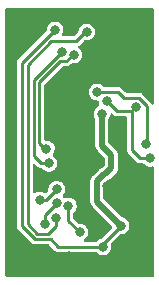
<source format=gbl>
G04 #@! TF.GenerationSoftware,KiCad,Pcbnew,6.0.4-6f826c9f35~116~ubuntu20.04.1*
G04 #@! TF.CreationDate,2022-05-17T04:12:12-04:00*
G04 #@! TF.ProjectId,clonix-41-pcb,636c6f6e-6978-42d3-9431-2d7063622e6b,rev?*
G04 #@! TF.SameCoordinates,Original*
G04 #@! TF.FileFunction,Copper,L2,Bot*
G04 #@! TF.FilePolarity,Positive*
%FSLAX46Y46*%
G04 Gerber Fmt 4.6, Leading zero omitted, Abs format (unit mm)*
G04 Created by KiCad (PCBNEW 6.0.4-6f826c9f35~116~ubuntu20.04.1) date 2022-05-17 04:12:12*
%MOMM*%
%LPD*%
G01*
G04 APERTURE LIST*
G04 #@! TA.AperFunction,ViaPad*
%ADD10C,0.800000*%
G04 #@! TD*
G04 #@! TA.AperFunction,Conductor*
%ADD11C,0.250000*%
G04 #@! TD*
G04 #@! TA.AperFunction,Conductor*
%ADD12C,0.500000*%
G04 #@! TD*
G04 APERTURE END LIST*
D10*
G04 #@! TO.N,+3V3*
X190855600Y-111633000D03*
X186893200Y-104546400D03*
X190931800Y-122910600D03*
X192481200Y-121107200D03*
G04 #@! TO.N,GND*
X189255400Y-115824000D03*
X185420000Y-116586000D03*
X190652400Y-115722400D03*
X189153800Y-117348000D03*
X183210200Y-116586000D03*
X190601600Y-121005600D03*
X192303400Y-116992400D03*
X188061600Y-123698000D03*
X192989200Y-125069600D03*
X192100200Y-114198400D03*
X191287400Y-117754400D03*
X191465200Y-104343200D03*
X189230000Y-114376200D03*
X190271400Y-124282200D03*
G04 #@! TO.N,/NUTDATA*
X186156600Y-114604800D03*
X188468000Y-106654600D03*
G04 #@! TO.N,/NUTPWO*
X187502800Y-106375200D03*
X186385847Y-115834209D03*
G04 #@! TO.N,/RAMCLK*
X193700400Y-111023400D03*
X191286462Y-110554927D03*
X194961999Y-115409199D03*
G04 #@! TO.N,/RAMDAT*
X190449200Y-109804200D03*
X194589400Y-114198400D03*
G04 #@! TO.N,/VBAT_SENSE*
X188976000Y-121666000D03*
X188010800Y-119430800D03*
G04 #@! TO.N,/NUTB3*
X185584500Y-118927098D03*
X187033489Y-118026604D03*
G04 #@! TO.N,/NUTB4*
X186029600Y-121005600D03*
X187045917Y-119170021D03*
G04 #@! TO.N,/MCLRn*
X189560200Y-104724200D03*
X186969400Y-120472200D03*
G04 #@! TD*
D11*
G04 #@! TO.N,+3V3*
X186512200Y-122250200D02*
X185165282Y-122250200D01*
X184048400Y-107339682D02*
X186841682Y-104546400D01*
X190931800Y-122910600D02*
X187172600Y-122910600D01*
X184048400Y-121133318D02*
X184048400Y-107339682D01*
D12*
X191654311Y-116252080D02*
X191654311Y-115124111D01*
X190855600Y-114325400D02*
X190855600Y-111633000D01*
D11*
X190931800Y-122910600D02*
X190931800Y-122656600D01*
X187172600Y-122910600D02*
X186512200Y-122250200D01*
D12*
X190996689Y-116749711D02*
X191156680Y-116749711D01*
D11*
X186841682Y-104546400D02*
X186893200Y-104546400D01*
D12*
X191156680Y-116749711D02*
X191654311Y-116252080D01*
X190437889Y-119063889D02*
X190437889Y-117308511D01*
D11*
X190931800Y-122656600D02*
X192481200Y-121107200D01*
D12*
X192481200Y-121107200D02*
X190437889Y-119063889D01*
X190437889Y-117308511D02*
X190996689Y-116749711D01*
D11*
X185165282Y-122250200D02*
X184048400Y-121133318D01*
D12*
X191654311Y-115124111D02*
X190855600Y-114325400D01*
D11*
G04 #@! TO.N,/NUTDATA*
X186156600Y-114604800D02*
X186055000Y-114604800D01*
X185564720Y-108948998D02*
X187325718Y-107188000D01*
X188366400Y-106654600D02*
X188468000Y-106654600D01*
X186055000Y-114604800D02*
X185564720Y-114114520D01*
X187325718Y-107188000D02*
X187833000Y-107188000D01*
X185564720Y-114114520D02*
X185564720Y-108948998D01*
X187833000Y-107188000D02*
X188366400Y-106654600D01*
G04 #@! TO.N,/NUTPWO*
X185709609Y-115834209D02*
X186385847Y-115834209D01*
X187502800Y-106375200D02*
X185115200Y-108762800D01*
X185115200Y-115239800D02*
X185709609Y-115834209D01*
X185115200Y-108762800D02*
X185115200Y-115239800D01*
G04 #@! TO.N,/RAMCLK*
X193421000Y-111429800D02*
X192161335Y-111429800D01*
X193421000Y-111302800D02*
X193700400Y-111023400D01*
X194961999Y-115409199D02*
X194089785Y-115409199D01*
X194089785Y-115409199D02*
X193421000Y-114740414D01*
X193421000Y-111429800D02*
X193421000Y-111302800D01*
X192161335Y-111429800D02*
X191286462Y-110554927D01*
X193421000Y-114740414D02*
X193421000Y-111429800D01*
G04 #@! TO.N,/RAMDAT*
X192227200Y-109804200D02*
X190449200Y-109804200D01*
X193975714Y-110274100D02*
X192697100Y-110274100D01*
X194640200Y-114147600D02*
X194640200Y-110938586D01*
X192697100Y-110274100D02*
X192227200Y-109804200D01*
X194589400Y-114198400D02*
X194640200Y-114147600D01*
X194640200Y-110938586D02*
X193975714Y-110274100D01*
G04 #@! TO.N,/VBAT_SENSE*
X188010800Y-120700800D02*
X188976000Y-121666000D01*
X188010800Y-119430800D02*
X188010800Y-120700800D01*
G04 #@! TO.N,/NUTB3*
X186132995Y-118927098D02*
X185584500Y-118927098D01*
X187033489Y-118026604D02*
X186132995Y-118927098D01*
G04 #@! TO.N,/NUTB4*
X186029600Y-120186338D02*
X186029600Y-121005600D01*
X187045917Y-119170021D02*
X186029600Y-120186338D01*
G04 #@! TO.N,/MCLRn*
X184556400Y-121005600D02*
X184556400Y-107467400D01*
X186309000Y-121793000D02*
X185343800Y-121793000D01*
X189433200Y-104724200D02*
X189560200Y-104724200D01*
X186969400Y-121132600D02*
X186309000Y-121793000D01*
X186969400Y-120472200D02*
X186969400Y-121132600D01*
X185343800Y-121793000D02*
X184556400Y-121005600D01*
X184556400Y-107467400D02*
X186512200Y-105511600D01*
X188645800Y-105511600D02*
X189433200Y-104724200D01*
X186512200Y-105511600D02*
X188645800Y-105511600D01*
G04 #@! TD*
G04 #@! TA.AperFunction,Conductor*
G04 #@! TO.N,GND*
G36*
X195221621Y-102682502D02*
G01*
X195268114Y-102736158D01*
X195279500Y-102788500D01*
X195279500Y-110731210D01*
X195259498Y-110799331D01*
X195205842Y-110845824D01*
X195135568Y-110855928D01*
X195070988Y-110826434D01*
X195041231Y-110788409D01*
X195039027Y-110784083D01*
X195031464Y-110765823D01*
X195027114Y-110752437D01*
X195027113Y-110752436D01*
X195024049Y-110743005D01*
X195015480Y-110731210D01*
X195009949Y-110723598D01*
X194999621Y-110706745D01*
X194988728Y-110685366D01*
X194228934Y-109925572D01*
X194207551Y-109914677D01*
X194190705Y-109904353D01*
X194179318Y-109896080D01*
X194171295Y-109890251D01*
X194161864Y-109887187D01*
X194161861Y-109887185D01*
X194148477Y-109882836D01*
X194130216Y-109875272D01*
X194117678Y-109868884D01*
X194117677Y-109868884D01*
X194108840Y-109864381D01*
X194085143Y-109860628D01*
X194065924Y-109856014D01*
X194043107Y-109848600D01*
X192925538Y-109848600D01*
X192857417Y-109828598D01*
X192836443Y-109811695D01*
X192480420Y-109455672D01*
X192459037Y-109444777D01*
X192442191Y-109434453D01*
X192430804Y-109426180D01*
X192422781Y-109420351D01*
X192413350Y-109417287D01*
X192413347Y-109417285D01*
X192399963Y-109412936D01*
X192381702Y-109405372D01*
X192369164Y-109398984D01*
X192369163Y-109398984D01*
X192360326Y-109394481D01*
X192336629Y-109390728D01*
X192317410Y-109386114D01*
X192294593Y-109378700D01*
X191070466Y-109378700D01*
X191002345Y-109358698D01*
X190979645Y-109339198D01*
X190978512Y-109337549D01*
X190966714Y-109327037D01*
X190857592Y-109229812D01*
X190857588Y-109229810D01*
X190851921Y-109224760D01*
X190702081Y-109145424D01*
X190537641Y-109104119D01*
X190530043Y-109104079D01*
X190530041Y-109104079D01*
X190452868Y-109103675D01*
X190368095Y-109103231D01*
X190360708Y-109105005D01*
X190360704Y-109105005D01*
X190217362Y-109139420D01*
X190203232Y-109142812D01*
X190196488Y-109146293D01*
X190196485Y-109146294D01*
X190191289Y-109148976D01*
X190052569Y-109220575D01*
X189924804Y-109332031D01*
X189920437Y-109338245D01*
X189841071Y-109451172D01*
X189827313Y-109470747D01*
X189765724Y-109628713D01*
X189743594Y-109796811D01*
X189762199Y-109965335D01*
X189820466Y-110124556D01*
X189915030Y-110265283D01*
X189920642Y-110270390D01*
X189920645Y-110270393D01*
X190034812Y-110374277D01*
X190034816Y-110374280D01*
X190040433Y-110379391D01*
X190047106Y-110383014D01*
X190047110Y-110383017D01*
X190182758Y-110456667D01*
X190182760Y-110456668D01*
X190189435Y-110460292D01*
X190196784Y-110462220D01*
X190346083Y-110501388D01*
X190346085Y-110501388D01*
X190353433Y-110503316D01*
X190465290Y-110505073D01*
X190533088Y-110526142D01*
X190578733Y-110580521D01*
X190588550Y-110617231D01*
X190599461Y-110716062D01*
X190641563Y-110831111D01*
X190646190Y-110901954D01*
X190611780Y-110964055D01*
X190581027Y-110986376D01*
X190458969Y-111049375D01*
X190331204Y-111160831D01*
X190233713Y-111299547D01*
X190172124Y-111457513D01*
X190171132Y-111465046D01*
X190171132Y-111465047D01*
X190152730Y-111604831D01*
X190149994Y-111625611D01*
X190168599Y-111794135D01*
X190198302Y-111875302D01*
X190217938Y-111928958D01*
X190226866Y-111953356D01*
X190231102Y-111959659D01*
X190231104Y-111959664D01*
X190283682Y-112037909D01*
X190305100Y-112108184D01*
X190305100Y-114310407D01*
X190304989Y-114315683D01*
X190302390Y-114377694D01*
X190304352Y-114386059D01*
X190312327Y-114420062D01*
X190314490Y-114431733D01*
X190320394Y-114474832D01*
X190323806Y-114482716D01*
X190323806Y-114482717D01*
X190326365Y-114488630D01*
X190333399Y-114509899D01*
X190336832Y-114524536D01*
X190340969Y-114532061D01*
X190340970Y-114532064D01*
X190357795Y-114562668D01*
X190363011Y-114573313D01*
X190380295Y-114613255D01*
X190389758Y-114624941D01*
X190402245Y-114643525D01*
X190409493Y-114656708D01*
X190416497Y-114664822D01*
X190441033Y-114689358D01*
X190449858Y-114699159D01*
X190461011Y-114712931D01*
X190475214Y-114730470D01*
X190482213Y-114735444D01*
X190482214Y-114735445D01*
X190490546Y-114741366D01*
X190506651Y-114754976D01*
X190798488Y-115046812D01*
X191066906Y-115315230D01*
X191100931Y-115377543D01*
X191103811Y-115404326D01*
X191103811Y-115971865D01*
X191083809Y-116039986D01*
X191066906Y-116060960D01*
X190953838Y-116174028D01*
X190891526Y-116208054D01*
X190881848Y-116209766D01*
X190869683Y-116211433D01*
X190855767Y-116213339D01*
X190855766Y-116213339D01*
X190847257Y-116214505D01*
X190835506Y-116219590D01*
X190833463Y-116220474D01*
X190812199Y-116227506D01*
X190805922Y-116228978D01*
X190805915Y-116228981D01*
X190797553Y-116230942D01*
X190782123Y-116239425D01*
X190759415Y-116251909D01*
X190748755Y-116257131D01*
X190708834Y-116274406D01*
X190702160Y-116279811D01*
X190702159Y-116279811D01*
X190697149Y-116283868D01*
X190678565Y-116296356D01*
X190665382Y-116303604D01*
X190657267Y-116310608D01*
X190632731Y-116335144D01*
X190622930Y-116343969D01*
X190598297Y-116363917D01*
X190591619Y-116369325D01*
X190586645Y-116376324D01*
X190586644Y-116376325D01*
X190580723Y-116384657D01*
X190567113Y-116400762D01*
X190059234Y-116908642D01*
X190055425Y-116912294D01*
X190009733Y-116954310D01*
X189986790Y-116991313D01*
X189980089Y-117001063D01*
X189953777Y-117035728D01*
X189948243Y-117049706D01*
X189938182Y-117069710D01*
X189930254Y-117082497D01*
X189927857Y-117090748D01*
X189927856Y-117090750D01*
X189918114Y-117124283D01*
X189914272Y-117135505D01*
X189898253Y-117175964D01*
X189897355Y-117184505D01*
X189897355Y-117184506D01*
X189896681Y-117190919D01*
X189892369Y-117212894D01*
X189888174Y-117227336D01*
X189887389Y-117238026D01*
X189887389Y-117272728D01*
X189886699Y-117285898D01*
X189882488Y-117325965D01*
X189883920Y-117334430D01*
X189883920Y-117334439D01*
X189885624Y-117344511D01*
X189887389Y-117365524D01*
X189887389Y-119048896D01*
X189887278Y-119054172D01*
X189884679Y-119116183D01*
X189886641Y-119124548D01*
X189894616Y-119158551D01*
X189896779Y-119170222D01*
X189902683Y-119213321D01*
X189906095Y-119221205D01*
X189906095Y-119221206D01*
X189908654Y-119227119D01*
X189915688Y-119248388D01*
X189919121Y-119263025D01*
X189923258Y-119270550D01*
X189923259Y-119270553D01*
X189940084Y-119301157D01*
X189945300Y-119311802D01*
X189962584Y-119351744D01*
X189972047Y-119363430D01*
X189984534Y-119382014D01*
X189991782Y-119395197D01*
X189998786Y-119403311D01*
X190023322Y-119427847D01*
X190032147Y-119437648D01*
X190052095Y-119462281D01*
X190057503Y-119468959D01*
X190064501Y-119473932D01*
X190064506Y-119473937D01*
X190072837Y-119479857D01*
X190088943Y-119493468D01*
X191701969Y-121106493D01*
X191735994Y-121168805D01*
X191730930Y-121239620D01*
X191701969Y-121284683D01*
X190778872Y-122207780D01*
X190719194Y-122241202D01*
X190685832Y-122249212D01*
X190679088Y-122252693D01*
X190679085Y-122252694D01*
X190541917Y-122323492D01*
X190535169Y-122326975D01*
X190529447Y-122331967D01*
X190529445Y-122331968D01*
X190438342Y-122411442D01*
X190407404Y-122438431D01*
X190403718Y-122443676D01*
X190343705Y-122480649D01*
X190310513Y-122485100D01*
X189433967Y-122485100D01*
X189365846Y-122465098D01*
X189319353Y-122411442D01*
X189309249Y-122341168D01*
X189338743Y-122276588D01*
X189362302Y-122255857D01*
X189366498Y-122253747D01*
X189372269Y-122248818D01*
X189372272Y-122248816D01*
X189489651Y-122148564D01*
X189489652Y-122148563D01*
X189495423Y-122143634D01*
X189594361Y-122005947D01*
X189602237Y-121986356D01*
X189654766Y-121855687D01*
X189654767Y-121855685D01*
X189657601Y-121848634D01*
X189678988Y-121698359D01*
X189680909Y-121684862D01*
X189680909Y-121684859D01*
X189681490Y-121680778D01*
X189681645Y-121666000D01*
X189661276Y-121497680D01*
X189601345Y-121339077D01*
X189578174Y-121305363D01*
X189509614Y-121205608D01*
X189509613Y-121205607D01*
X189505312Y-121199349D01*
X189495708Y-121190792D01*
X189384392Y-121091612D01*
X189384388Y-121091610D01*
X189378721Y-121086560D01*
X189228881Y-121007224D01*
X189064441Y-120965919D01*
X189056843Y-120965879D01*
X189056841Y-120965879D01*
X188959216Y-120965368D01*
X188928487Y-120965207D01*
X188860472Y-120944849D01*
X188840052Y-120928304D01*
X188473205Y-120561457D01*
X188439179Y-120499145D01*
X188436300Y-120472362D01*
X188436300Y-120046739D01*
X188456302Y-119978618D01*
X188480469Y-119950928D01*
X188524451Y-119913364D01*
X188524452Y-119913363D01*
X188530223Y-119908434D01*
X188629161Y-119770747D01*
X188631994Y-119763700D01*
X188689566Y-119620487D01*
X188689567Y-119620485D01*
X188692401Y-119613434D01*
X188707958Y-119504122D01*
X188715709Y-119449662D01*
X188715709Y-119449659D01*
X188716290Y-119445578D01*
X188716445Y-119430800D01*
X188696076Y-119262480D01*
X188636145Y-119103877D01*
X188631844Y-119097619D01*
X188544414Y-118970408D01*
X188544413Y-118970407D01*
X188540112Y-118964149D01*
X188534441Y-118959096D01*
X188419192Y-118856412D01*
X188419188Y-118856410D01*
X188413521Y-118851360D01*
X188263681Y-118772024D01*
X188099241Y-118730719D01*
X188091643Y-118730679D01*
X188091641Y-118730679D01*
X188014468Y-118730275D01*
X187929695Y-118729831D01*
X187922308Y-118731605D01*
X187922304Y-118731605D01*
X187801865Y-118760521D01*
X187764832Y-118769412D01*
X187758089Y-118772893D01*
X187758082Y-118772895D01*
X187757093Y-118773406D01*
X187756294Y-118773560D01*
X187750960Y-118775544D01*
X187750629Y-118774655D01*
X187687386Y-118786876D01*
X187621462Y-118760521D01*
X187595462Y-118732809D01*
X187595298Y-118732570D01*
X187575229Y-118703370D01*
X187557197Y-118687304D01*
X187519641Y-118627054D01*
X187520621Y-118556064D01*
X187547968Y-118508460D01*
X187552912Y-118504238D01*
X187651850Y-118366551D01*
X187659769Y-118346852D01*
X187712255Y-118216291D01*
X187712256Y-118216289D01*
X187715090Y-118209238D01*
X187726485Y-118129169D01*
X187738398Y-118045466D01*
X187738398Y-118045463D01*
X187738979Y-118041382D01*
X187739134Y-118026604D01*
X187737329Y-118011684D01*
X187719677Y-117865824D01*
X187718765Y-117858284D01*
X187658834Y-117699681D01*
X187562801Y-117559953D01*
X187551003Y-117549441D01*
X187441881Y-117452216D01*
X187441877Y-117452214D01*
X187436210Y-117447164D01*
X187286370Y-117367828D01*
X187121930Y-117326523D01*
X187114332Y-117326483D01*
X187114330Y-117326483D01*
X187037157Y-117326079D01*
X186952384Y-117325635D01*
X186944997Y-117327409D01*
X186944993Y-117327409D01*
X186830314Y-117354942D01*
X186787521Y-117365216D01*
X186780777Y-117368697D01*
X186780774Y-117368698D01*
X186775578Y-117371380D01*
X186636858Y-117442979D01*
X186509093Y-117554435D01*
X186411602Y-117693151D01*
X186350013Y-117851117D01*
X186327883Y-118019215D01*
X186328717Y-118026767D01*
X186332304Y-118059265D01*
X186319898Y-118129169D01*
X186296160Y-118162185D01*
X186133753Y-118324592D01*
X186071441Y-118358618D01*
X186000626Y-118353553D01*
X185985699Y-118346852D01*
X185900706Y-118301851D01*
X185837381Y-118268322D01*
X185672941Y-118227017D01*
X185665343Y-118226977D01*
X185665341Y-118226977D01*
X185588168Y-118226573D01*
X185503395Y-118226129D01*
X185496008Y-118227903D01*
X185496004Y-118227903D01*
X185418212Y-118246580D01*
X185338532Y-118265710D01*
X185331788Y-118269191D01*
X185331785Y-118269192D01*
X185194618Y-118339989D01*
X185194614Y-118339991D01*
X185187869Y-118343473D01*
X185182145Y-118348466D01*
X185178723Y-118350792D01*
X185111139Y-118372538D01*
X185042527Y-118354294D01*
X184994670Y-118301851D01*
X184981900Y-118246580D01*
X184981900Y-116012438D01*
X185001902Y-115944317D01*
X185055558Y-115897824D01*
X185125832Y-115887720D01*
X185190412Y-115917214D01*
X185196995Y-115923343D01*
X185456389Y-116182737D01*
X185477772Y-116193632D01*
X185494618Y-116203956D01*
X185514028Y-116218058D01*
X185523459Y-116221122D01*
X185523462Y-116221124D01*
X185536846Y-116225473D01*
X185555107Y-116233037D01*
X185567645Y-116239425D01*
X185576483Y-116243928D01*
X185600180Y-116247681D01*
X185619399Y-116252295D01*
X185642216Y-116259709D01*
X185764481Y-116259709D01*
X185832602Y-116279711D01*
X185851178Y-116295840D01*
X185851677Y-116295292D01*
X185971459Y-116404286D01*
X185971463Y-116404289D01*
X185977080Y-116409400D01*
X185983753Y-116413023D01*
X185983757Y-116413026D01*
X186119405Y-116486676D01*
X186119407Y-116486677D01*
X186126082Y-116490301D01*
X186133431Y-116492229D01*
X186282730Y-116531397D01*
X186282732Y-116531397D01*
X186290080Y-116533325D01*
X186376456Y-116534682D01*
X186452008Y-116535869D01*
X186452011Y-116535869D01*
X186459607Y-116535988D01*
X186467012Y-116534292D01*
X186467013Y-116534292D01*
X186569227Y-116510882D01*
X186624876Y-116498137D01*
X186776345Y-116421956D01*
X186892716Y-116322565D01*
X186899498Y-116316773D01*
X186899499Y-116316772D01*
X186905270Y-116311843D01*
X187004208Y-116174156D01*
X187007041Y-116167109D01*
X187064613Y-116023896D01*
X187064614Y-116023894D01*
X187067448Y-116016843D01*
X187085825Y-115887720D01*
X187090756Y-115853071D01*
X187090756Y-115853068D01*
X187091337Y-115848987D01*
X187091492Y-115834209D01*
X187090284Y-115824222D01*
X187083554Y-115768616D01*
X187071123Y-115665889D01*
X187011192Y-115507286D01*
X186915159Y-115367558D01*
X186813678Y-115277141D01*
X186794239Y-115259821D01*
X186794235Y-115259819D01*
X186788568Y-115254769D01*
X186781859Y-115251217D01*
X186781855Y-115251214D01*
X186744985Y-115231693D01*
X186694141Y-115182141D01*
X186678159Y-115112966D01*
X186701620Y-115046812D01*
X186746971Y-114983699D01*
X186774961Y-114944747D01*
X186787652Y-114913177D01*
X186835366Y-114794487D01*
X186835367Y-114794485D01*
X186838201Y-114787434D01*
X186862090Y-114619578D01*
X186862245Y-114604800D01*
X186841876Y-114436480D01*
X186781945Y-114277877D01*
X186685912Y-114138149D01*
X186640150Y-114097376D01*
X186564992Y-114030412D01*
X186564988Y-114030410D01*
X186559321Y-114025360D01*
X186409481Y-113946024D01*
X186245041Y-113904719D01*
X186237443Y-113904679D01*
X186237441Y-113904679D01*
X186170303Y-113904328D01*
X186115559Y-113904041D01*
X186047545Y-113883683D01*
X186001334Y-113829784D01*
X185990220Y-113778043D01*
X185990220Y-109177436D01*
X186010222Y-109109315D01*
X186027125Y-109088341D01*
X187465061Y-107650405D01*
X187527373Y-107616379D01*
X187554156Y-107613500D01*
X187900393Y-107613500D01*
X187923210Y-107606086D01*
X187942429Y-107601472D01*
X187966126Y-107597719D01*
X187974964Y-107593216D01*
X187987502Y-107586828D01*
X188005763Y-107579264D01*
X188019147Y-107574915D01*
X188019150Y-107574913D01*
X188028581Y-107571849D01*
X188047991Y-107557747D01*
X188064837Y-107547423D01*
X188086220Y-107536528D01*
X188239350Y-107383398D01*
X188301662Y-107349372D01*
X188360415Y-107350616D01*
X188364882Y-107351788D01*
X188364886Y-107351789D01*
X188372233Y-107353716D01*
X188458609Y-107355073D01*
X188534161Y-107356260D01*
X188534164Y-107356260D01*
X188541760Y-107356379D01*
X188549165Y-107354683D01*
X188549166Y-107354683D01*
X188647036Y-107332268D01*
X188707029Y-107318528D01*
X188858498Y-107242347D01*
X188987423Y-107132234D01*
X189086361Y-106994547D01*
X189149601Y-106837234D01*
X189173490Y-106669378D01*
X189173645Y-106654600D01*
X189153276Y-106486280D01*
X189093345Y-106327677D01*
X188997312Y-106187949D01*
X188870721Y-106075160D01*
X188871502Y-106074284D01*
X188831606Y-106024728D01*
X188824051Y-105954134D01*
X188855860Y-105890663D01*
X188882339Y-105870701D01*
X188882162Y-105870458D01*
X188890181Y-105864632D01*
X188899020Y-105860128D01*
X189311429Y-105447719D01*
X189373741Y-105413693D01*
X189432497Y-105414938D01*
X189457083Y-105421388D01*
X189457085Y-105421388D01*
X189464433Y-105423316D01*
X189550809Y-105424673D01*
X189626361Y-105425860D01*
X189626364Y-105425860D01*
X189633960Y-105425979D01*
X189641365Y-105424283D01*
X189641366Y-105424283D01*
X189762281Y-105396590D01*
X189799229Y-105388128D01*
X189950698Y-105311947D01*
X190079623Y-105201834D01*
X190178561Y-105064147D01*
X190184572Y-105049195D01*
X190238966Y-104913887D01*
X190238967Y-104913885D01*
X190241801Y-104906834D01*
X190265690Y-104738978D01*
X190265762Y-104732132D01*
X190265802Y-104728335D01*
X190265802Y-104728329D01*
X190265845Y-104724200D01*
X190245476Y-104555880D01*
X190185545Y-104397277D01*
X190089512Y-104257549D01*
X190077714Y-104247037D01*
X189968592Y-104149812D01*
X189968588Y-104149810D01*
X189962921Y-104144760D01*
X189813081Y-104065424D01*
X189648641Y-104024119D01*
X189641043Y-104024079D01*
X189641041Y-104024079D01*
X189563868Y-104023675D01*
X189479095Y-104023231D01*
X189471708Y-104025005D01*
X189471704Y-104025005D01*
X189328362Y-104059420D01*
X189314232Y-104062812D01*
X189307488Y-104066293D01*
X189307485Y-104066294D01*
X189170317Y-104137092D01*
X189163569Y-104140575D01*
X189035804Y-104252031D01*
X189031437Y-104258245D01*
X188946958Y-104378447D01*
X188938313Y-104390747D01*
X188876724Y-104548713D01*
X188865390Y-104634809D01*
X188862565Y-104656265D01*
X188833843Y-104721192D01*
X188826738Y-104728914D01*
X188506457Y-105049195D01*
X188444145Y-105083221D01*
X188417362Y-105086100D01*
X187613721Y-105086100D01*
X187545600Y-105066098D01*
X187499107Y-105012442D01*
X187489003Y-104942168D01*
X187505799Y-104900454D01*
X187503469Y-104899173D01*
X187507130Y-104892513D01*
X187511561Y-104886347D01*
X187574801Y-104729034D01*
X187598690Y-104561178D01*
X187598845Y-104546400D01*
X187578476Y-104378080D01*
X187518545Y-104219477D01*
X187470665Y-104149812D01*
X187426814Y-104086008D01*
X187426813Y-104086007D01*
X187422512Y-104079749D01*
X187404359Y-104063575D01*
X187301592Y-103972012D01*
X187301588Y-103972010D01*
X187295921Y-103966960D01*
X187146081Y-103887624D01*
X186981641Y-103846319D01*
X186974043Y-103846279D01*
X186974041Y-103846279D01*
X186896868Y-103845875D01*
X186812095Y-103845431D01*
X186804708Y-103847205D01*
X186804704Y-103847205D01*
X186661362Y-103881620D01*
X186647232Y-103885012D01*
X186640488Y-103888493D01*
X186640485Y-103888494D01*
X186635289Y-103891176D01*
X186496569Y-103962775D01*
X186368804Y-104074231D01*
X186364437Y-104080445D01*
X186319236Y-104144760D01*
X186271313Y-104212947D01*
X186209724Y-104370913D01*
X186187594Y-104539011D01*
X186188428Y-104546565D01*
X186188423Y-104547031D01*
X186167710Y-104614939D01*
X186151525Y-104634809D01*
X183699872Y-107086462D01*
X183688977Y-107107845D01*
X183678653Y-107124691D01*
X183664551Y-107144101D01*
X183661487Y-107153532D01*
X183661485Y-107153535D01*
X183657136Y-107166919D01*
X183649572Y-107185180D01*
X183638681Y-107206556D01*
X183637130Y-107216350D01*
X183634928Y-107230252D01*
X183630314Y-107249472D01*
X183622900Y-107272289D01*
X183622900Y-121200711D01*
X183630314Y-121223528D01*
X183634928Y-121242747D01*
X183638681Y-121266444D01*
X183643184Y-121275281D01*
X183643184Y-121275282D01*
X183649572Y-121287820D01*
X183657136Y-121306081D01*
X183661485Y-121319465D01*
X183661487Y-121319468D01*
X183664551Y-121328899D01*
X183670380Y-121336922D01*
X183678653Y-121348309D01*
X183688977Y-121365155D01*
X183699872Y-121386538D01*
X184912062Y-122598728D01*
X184933438Y-122609619D01*
X184950294Y-122619949D01*
X184969701Y-122634050D01*
X184992519Y-122641464D01*
X185010780Y-122649027D01*
X185032156Y-122659919D01*
X185041947Y-122661470D01*
X185041954Y-122661472D01*
X185055851Y-122663673D01*
X185075070Y-122668287D01*
X185088455Y-122672636D01*
X185088462Y-122672637D01*
X185097889Y-122675700D01*
X186283762Y-122675700D01*
X186351883Y-122695702D01*
X186372857Y-122712605D01*
X186919380Y-123259128D01*
X186940756Y-123270019D01*
X186957612Y-123280349D01*
X186977019Y-123294450D01*
X186999837Y-123301864D01*
X187018098Y-123309427D01*
X187039474Y-123320319D01*
X187049265Y-123321870D01*
X187049272Y-123321872D01*
X187063169Y-123324073D01*
X187082388Y-123328687D01*
X187095773Y-123333036D01*
X187095780Y-123333037D01*
X187105207Y-123336100D01*
X190310434Y-123336100D01*
X190378555Y-123356102D01*
X190397131Y-123372231D01*
X190397630Y-123371683D01*
X190517412Y-123480677D01*
X190517416Y-123480680D01*
X190523033Y-123485791D01*
X190529706Y-123489414D01*
X190529710Y-123489417D01*
X190665358Y-123563067D01*
X190665360Y-123563068D01*
X190672035Y-123566692D01*
X190679384Y-123568620D01*
X190828683Y-123607788D01*
X190828685Y-123607788D01*
X190836033Y-123609716D01*
X190922409Y-123611073D01*
X190997961Y-123612260D01*
X190997964Y-123612260D01*
X191005560Y-123612379D01*
X191012965Y-123610683D01*
X191012966Y-123610683D01*
X191073386Y-123596845D01*
X191170829Y-123574528D01*
X191322298Y-123498347D01*
X191451223Y-123388234D01*
X191550161Y-123250547D01*
X191613401Y-123093234D01*
X191637290Y-122925378D01*
X191637445Y-122910600D01*
X191617076Y-122742280D01*
X191599476Y-122695702D01*
X191599430Y-122695579D01*
X191594062Y-122624785D01*
X191628201Y-122561947D01*
X192346130Y-121844018D01*
X192408442Y-121809992D01*
X192437202Y-121807129D01*
X192481847Y-121807831D01*
X192547362Y-121808860D01*
X192547365Y-121808860D01*
X192554960Y-121808979D01*
X192562365Y-121807283D01*
X192562366Y-121807283D01*
X192622786Y-121793445D01*
X192720229Y-121771128D01*
X192871698Y-121694947D01*
X193000623Y-121584834D01*
X193099561Y-121447147D01*
X193127477Y-121377704D01*
X193159966Y-121296887D01*
X193159967Y-121296885D01*
X193162801Y-121289834D01*
X193175485Y-121200711D01*
X193186109Y-121126062D01*
X193186109Y-121126059D01*
X193186690Y-121121978D01*
X193186845Y-121107200D01*
X193166476Y-120938880D01*
X193106545Y-120780277D01*
X193010512Y-120640549D01*
X192921742Y-120561457D01*
X192889592Y-120532812D01*
X192889588Y-120532810D01*
X192883921Y-120527760D01*
X192734081Y-120448424D01*
X192590064Y-120412249D01*
X192531665Y-120379140D01*
X191778739Y-119626214D01*
X191025294Y-118872770D01*
X190991269Y-118810458D01*
X190988389Y-118783675D01*
X190988389Y-117588726D01*
X191008391Y-117520605D01*
X191025294Y-117499631D01*
X191199531Y-117325394D01*
X191261843Y-117291368D01*
X191271525Y-117289655D01*
X191283345Y-117288036D01*
X191306112Y-117284917D01*
X191319910Y-117278946D01*
X191341179Y-117271912D01*
X191347455Y-117270440D01*
X191355816Y-117268479D01*
X191363341Y-117264342D01*
X191363344Y-117264341D01*
X191393948Y-117247516D01*
X191404593Y-117242300D01*
X191444535Y-117225016D01*
X191456221Y-117215553D01*
X191474806Y-117203065D01*
X191482198Y-117199001D01*
X191487988Y-117195818D01*
X191496102Y-117188814D01*
X191520638Y-117164278D01*
X191530439Y-117155453D01*
X191555072Y-117135505D01*
X191555073Y-117135504D01*
X191561750Y-117130097D01*
X191566723Y-117123099D01*
X191566728Y-117123094D01*
X191572648Y-117114763D01*
X191586259Y-117098657D01*
X192032966Y-116651950D01*
X192036775Y-116648297D01*
X192076140Y-116612099D01*
X192082467Y-116606281D01*
X192105402Y-116569291D01*
X192112105Y-116559537D01*
X192138424Y-116524863D01*
X192143960Y-116510882D01*
X192154020Y-116490878D01*
X192161946Y-116478094D01*
X192174084Y-116436315D01*
X192177928Y-116425088D01*
X192190784Y-116392617D01*
X192190785Y-116392614D01*
X192193947Y-116384627D01*
X192194846Y-116376078D01*
X192195520Y-116369671D01*
X192199831Y-116347695D01*
X192202185Y-116339592D01*
X192202185Y-116339591D01*
X192204026Y-116333255D01*
X192204811Y-116322565D01*
X192204811Y-116287870D01*
X192205501Y-116274699D01*
X192208815Y-116243169D01*
X192209713Y-116234625D01*
X192207430Y-116221124D01*
X192206576Y-116216078D01*
X192204811Y-116195065D01*
X192204811Y-115139104D01*
X192204922Y-115133828D01*
X192207161Y-115080402D01*
X192207521Y-115071817D01*
X192201656Y-115046812D01*
X192197584Y-115029449D01*
X192195421Y-115017778D01*
X192193074Y-115000648D01*
X192189517Y-114974679D01*
X192184647Y-114963424D01*
X192183546Y-114960881D01*
X192176512Y-114939612D01*
X192175040Y-114933336D01*
X192173079Y-114924975D01*
X192168942Y-114917450D01*
X192168941Y-114917447D01*
X192152116Y-114886843D01*
X192146900Y-114876198D01*
X192129616Y-114836256D01*
X192120153Y-114824570D01*
X192107665Y-114805985D01*
X192103601Y-114798593D01*
X192100418Y-114792803D01*
X192093414Y-114784689D01*
X192068878Y-114760153D01*
X192060053Y-114750352D01*
X192040105Y-114725719D01*
X192040104Y-114725718D01*
X192034697Y-114719041D01*
X192026100Y-114712931D01*
X192019365Y-114708145D01*
X192003260Y-114694535D01*
X191443005Y-114134281D01*
X191408980Y-114071968D01*
X191406100Y-114045185D01*
X191406100Y-112107962D01*
X191429777Y-112034436D01*
X191469530Y-111979113D01*
X191473961Y-111972947D01*
X191481837Y-111953356D01*
X191534366Y-111822687D01*
X191534367Y-111822685D01*
X191537201Y-111815634D01*
X191552530Y-111707922D01*
X191581930Y-111643300D01*
X191641601Y-111604831D01*
X191712598Y-111604729D01*
X191766368Y-111636581D01*
X191908115Y-111778328D01*
X191929498Y-111789223D01*
X191946344Y-111799547D01*
X191965754Y-111813649D01*
X191975185Y-111816713D01*
X191975188Y-111816715D01*
X191988572Y-111821064D01*
X192006833Y-111828628D01*
X192019371Y-111835016D01*
X192028209Y-111839519D01*
X192051906Y-111843272D01*
X192071125Y-111847886D01*
X192093942Y-111855300D01*
X192869500Y-111855300D01*
X192937621Y-111875302D01*
X192984114Y-111928958D01*
X192995500Y-111981300D01*
X192995500Y-114807807D01*
X193002914Y-114830624D01*
X193007528Y-114849843D01*
X193011281Y-114873540D01*
X193015784Y-114882377D01*
X193015784Y-114882378D01*
X193022172Y-114894916D01*
X193029736Y-114913177D01*
X193034085Y-114926561D01*
X193034087Y-114926564D01*
X193037151Y-114935995D01*
X193042980Y-114944018D01*
X193051253Y-114955405D01*
X193061577Y-114972251D01*
X193072472Y-114993634D01*
X193836565Y-115757727D01*
X193857941Y-115768618D01*
X193874797Y-115778948D01*
X193894204Y-115793049D01*
X193917022Y-115800463D01*
X193935283Y-115808026D01*
X193956659Y-115818918D01*
X193966450Y-115820469D01*
X193966457Y-115820471D01*
X193980354Y-115822672D01*
X193999573Y-115827286D01*
X194012958Y-115831635D01*
X194012965Y-115831636D01*
X194022392Y-115834699D01*
X194340633Y-115834699D01*
X194408754Y-115854701D01*
X194427330Y-115870830D01*
X194427829Y-115870282D01*
X194547611Y-115979276D01*
X194547615Y-115979279D01*
X194553232Y-115984390D01*
X194559905Y-115988013D01*
X194559909Y-115988016D01*
X194695557Y-116061666D01*
X194695559Y-116061667D01*
X194702234Y-116065291D01*
X194709583Y-116067219D01*
X194858882Y-116106387D01*
X194858884Y-116106387D01*
X194866232Y-116108315D01*
X194952608Y-116109672D01*
X195028160Y-116110859D01*
X195028163Y-116110859D01*
X195035759Y-116110978D01*
X195125372Y-116090454D01*
X195196237Y-116094743D01*
X195253535Y-116136665D01*
X195279073Y-116202910D01*
X195279500Y-116213274D01*
X195279500Y-125303500D01*
X195259498Y-125371621D01*
X195205842Y-125418114D01*
X195153500Y-125429500D01*
X182798500Y-125429500D01*
X182730379Y-125409498D01*
X182683886Y-125355842D01*
X182672500Y-125303500D01*
X182672500Y-102788500D01*
X182692502Y-102720379D01*
X182746158Y-102673886D01*
X182798500Y-102662500D01*
X195153500Y-102662500D01*
X195221621Y-102682502D01*
G37*
G04 #@! TD.AperFunction*
G04 #@! TD*
M02*

</source>
